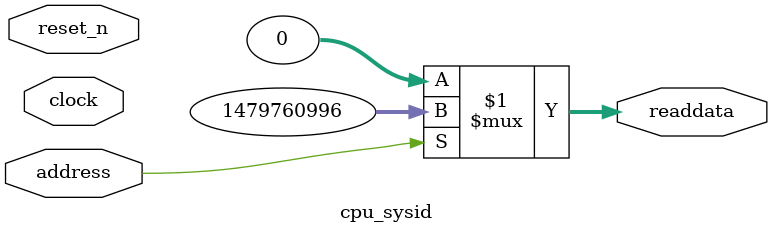
<source format=v>



// synthesis translate_off
`timescale 1ns / 1ps
// synthesis translate_on

// turn off superfluous verilog processor warnings 
// altera message_level Level1 
// altera message_off 10034 10035 10036 10037 10230 10240 10030 

module cpu_sysid (
               // inputs:
                address,
                clock,
                reset_n,

               // outputs:
                readdata
             )
;

  output  [ 31: 0] readdata;
  input            address;
  input            clock;
  input            reset_n;

  wire    [ 31: 0] readdata;
  //control_slave, which is an e_avalon_slave
  assign readdata = address ? 1479760996 : 0;

endmodule



</source>
